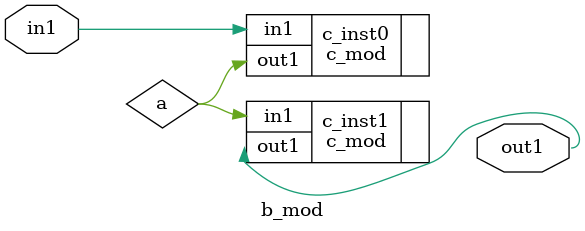
<source format=v>


module b_mod(in1, out1);



input in1;
output out1; 

wire a;


c_mod	c_inst0(
		.in1(	in1	),
		.out1(	a )
		);

c_mod	c_inst1(
		.in1(	a	),
		.out1(	out1 )
		);

endmodule 
</source>
